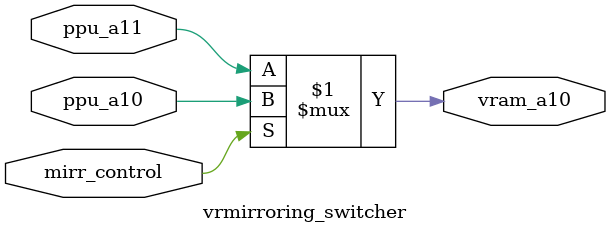
<source format=v>
module vrmirroring_switcher (
					input  wire mirr_control,
					input  wire ppu_a10,
					input  wire ppu_a11,
					output wire vram_a10
					);
		
	//Swith VRAM_A10 to PPU_A10 (vertical mirr) or PPU_A11 (horizontal mirr)
	assign vram_a10 = mirr_control ? ppu_a10 : ppu_a11;
	
endmodule
</source>
